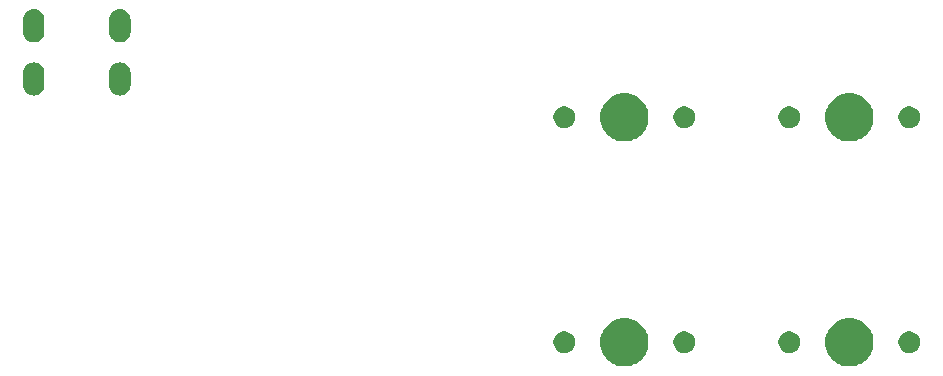
<source format=gbr>
G04 #@! TF.GenerationSoftware,KiCad,Pcbnew,5.1.5*
G04 #@! TF.CreationDate,2020-05-13T22:07:09+08:00*
G04 #@! TF.ProjectId,Balisong,42616c69-736f-46e6-972e-6b696361645f,rev?*
G04 #@! TF.SameCoordinates,Original*
G04 #@! TF.FileFunction,Soldermask,Top*
G04 #@! TF.FilePolarity,Negative*
%FSLAX46Y46*%
G04 Gerber Fmt 4.6, Leading zero omitted, Abs format (unit mm)*
G04 Created by KiCad (PCBNEW 5.1.5) date 2020-05-13 22:07:09*
%MOMM*%
%LPD*%
G04 APERTURE LIST*
%ADD10C,0.100000*%
G04 APERTURE END LIST*
D10*
G36*
X83146474Y-80583684D02*
G01*
X83364474Y-80673983D01*
X83518623Y-80737833D01*
X83853548Y-80961623D01*
X84138377Y-81246452D01*
X84362167Y-81581377D01*
X84394562Y-81659586D01*
X84516316Y-81953526D01*
X84594900Y-82348594D01*
X84594900Y-82751406D01*
X84516316Y-83146474D01*
X84465451Y-83269272D01*
X84362167Y-83518623D01*
X84138377Y-83853548D01*
X83853548Y-84138377D01*
X83518623Y-84362167D01*
X83364474Y-84426017D01*
X83146474Y-84516316D01*
X82751406Y-84594900D01*
X82348594Y-84594900D01*
X81953526Y-84516316D01*
X81735526Y-84426017D01*
X81581377Y-84362167D01*
X81246452Y-84138377D01*
X80961623Y-83853548D01*
X80737833Y-83518623D01*
X80634549Y-83269272D01*
X80583684Y-83146474D01*
X80505100Y-82751406D01*
X80505100Y-82348594D01*
X80583684Y-81953526D01*
X80705438Y-81659586D01*
X80737833Y-81581377D01*
X80961623Y-81246452D01*
X81246452Y-80961623D01*
X81581377Y-80737833D01*
X81735526Y-80673983D01*
X81953526Y-80583684D01*
X82348594Y-80505100D01*
X82751406Y-80505100D01*
X83146474Y-80583684D01*
G37*
G36*
X102196474Y-80583684D02*
G01*
X102414474Y-80673983D01*
X102568623Y-80737833D01*
X102903548Y-80961623D01*
X103188377Y-81246452D01*
X103412167Y-81581377D01*
X103444562Y-81659586D01*
X103566316Y-81953526D01*
X103644900Y-82348594D01*
X103644900Y-82751406D01*
X103566316Y-83146474D01*
X103515451Y-83269272D01*
X103412167Y-83518623D01*
X103188377Y-83853548D01*
X102903548Y-84138377D01*
X102568623Y-84362167D01*
X102414474Y-84426017D01*
X102196474Y-84516316D01*
X101801406Y-84594900D01*
X101398594Y-84594900D01*
X101003526Y-84516316D01*
X100785526Y-84426017D01*
X100631377Y-84362167D01*
X100296452Y-84138377D01*
X100011623Y-83853548D01*
X99787833Y-83518623D01*
X99684549Y-83269272D01*
X99633684Y-83146474D01*
X99555100Y-82751406D01*
X99555100Y-82348594D01*
X99633684Y-81953526D01*
X99755438Y-81659586D01*
X99787833Y-81581377D01*
X100011623Y-81246452D01*
X100296452Y-80961623D01*
X100631377Y-80737833D01*
X100785526Y-80673983D01*
X101003526Y-80583684D01*
X101398594Y-80505100D01*
X101801406Y-80505100D01*
X102196474Y-80583684D01*
G37*
G36*
X106950104Y-81659585D02*
G01*
X107118626Y-81729389D01*
X107270291Y-81830728D01*
X107399272Y-81959709D01*
X107500611Y-82111374D01*
X107570415Y-82279896D01*
X107606000Y-82458797D01*
X107606000Y-82641203D01*
X107570415Y-82820104D01*
X107500611Y-82988626D01*
X107399272Y-83140291D01*
X107270291Y-83269272D01*
X107118626Y-83370611D01*
X106950104Y-83440415D01*
X106771203Y-83476000D01*
X106588797Y-83476000D01*
X106409896Y-83440415D01*
X106241374Y-83370611D01*
X106089709Y-83269272D01*
X105960728Y-83140291D01*
X105859389Y-82988626D01*
X105789585Y-82820104D01*
X105754000Y-82641203D01*
X105754000Y-82458797D01*
X105789585Y-82279896D01*
X105859389Y-82111374D01*
X105960728Y-81959709D01*
X106089709Y-81830728D01*
X106241374Y-81729389D01*
X106409896Y-81659585D01*
X106588797Y-81624000D01*
X106771203Y-81624000D01*
X106950104Y-81659585D01*
G37*
G36*
X96790104Y-81659585D02*
G01*
X96958626Y-81729389D01*
X97110291Y-81830728D01*
X97239272Y-81959709D01*
X97340611Y-82111374D01*
X97410415Y-82279896D01*
X97446000Y-82458797D01*
X97446000Y-82641203D01*
X97410415Y-82820104D01*
X97340611Y-82988626D01*
X97239272Y-83140291D01*
X97110291Y-83269272D01*
X96958626Y-83370611D01*
X96790104Y-83440415D01*
X96611203Y-83476000D01*
X96428797Y-83476000D01*
X96249896Y-83440415D01*
X96081374Y-83370611D01*
X95929709Y-83269272D01*
X95800728Y-83140291D01*
X95699389Y-82988626D01*
X95629585Y-82820104D01*
X95594000Y-82641203D01*
X95594000Y-82458797D01*
X95629585Y-82279896D01*
X95699389Y-82111374D01*
X95800728Y-81959709D01*
X95929709Y-81830728D01*
X96081374Y-81729389D01*
X96249896Y-81659585D01*
X96428797Y-81624000D01*
X96611203Y-81624000D01*
X96790104Y-81659585D01*
G37*
G36*
X87900104Y-81659585D02*
G01*
X88068626Y-81729389D01*
X88220291Y-81830728D01*
X88349272Y-81959709D01*
X88450611Y-82111374D01*
X88520415Y-82279896D01*
X88556000Y-82458797D01*
X88556000Y-82641203D01*
X88520415Y-82820104D01*
X88450611Y-82988626D01*
X88349272Y-83140291D01*
X88220291Y-83269272D01*
X88068626Y-83370611D01*
X87900104Y-83440415D01*
X87721203Y-83476000D01*
X87538797Y-83476000D01*
X87359896Y-83440415D01*
X87191374Y-83370611D01*
X87039709Y-83269272D01*
X86910728Y-83140291D01*
X86809389Y-82988626D01*
X86739585Y-82820104D01*
X86704000Y-82641203D01*
X86704000Y-82458797D01*
X86739585Y-82279896D01*
X86809389Y-82111374D01*
X86910728Y-81959709D01*
X87039709Y-81830728D01*
X87191374Y-81729389D01*
X87359896Y-81659585D01*
X87538797Y-81624000D01*
X87721203Y-81624000D01*
X87900104Y-81659585D01*
G37*
G36*
X77740104Y-81659585D02*
G01*
X77908626Y-81729389D01*
X78060291Y-81830728D01*
X78189272Y-81959709D01*
X78290611Y-82111374D01*
X78360415Y-82279896D01*
X78396000Y-82458797D01*
X78396000Y-82641203D01*
X78360415Y-82820104D01*
X78290611Y-82988626D01*
X78189272Y-83140291D01*
X78060291Y-83269272D01*
X77908626Y-83370611D01*
X77740104Y-83440415D01*
X77561203Y-83476000D01*
X77378797Y-83476000D01*
X77199896Y-83440415D01*
X77031374Y-83370611D01*
X76879709Y-83269272D01*
X76750728Y-83140291D01*
X76649389Y-82988626D01*
X76579585Y-82820104D01*
X76544000Y-82641203D01*
X76544000Y-82458797D01*
X76579585Y-82279896D01*
X76649389Y-82111374D01*
X76750728Y-81959709D01*
X76879709Y-81830728D01*
X77031374Y-81729389D01*
X77199896Y-81659585D01*
X77378797Y-81624000D01*
X77561203Y-81624000D01*
X77740104Y-81659585D01*
G37*
G36*
X83146474Y-61533684D02*
G01*
X83364474Y-61623983D01*
X83518623Y-61687833D01*
X83853548Y-61911623D01*
X84138377Y-62196452D01*
X84362167Y-62531377D01*
X84394562Y-62609586D01*
X84516316Y-62903526D01*
X84594900Y-63298594D01*
X84594900Y-63701406D01*
X84516316Y-64096474D01*
X84465451Y-64219272D01*
X84362167Y-64468623D01*
X84138377Y-64803548D01*
X83853548Y-65088377D01*
X83518623Y-65312167D01*
X83364474Y-65376017D01*
X83146474Y-65466316D01*
X82751406Y-65544900D01*
X82348594Y-65544900D01*
X81953526Y-65466316D01*
X81735526Y-65376017D01*
X81581377Y-65312167D01*
X81246452Y-65088377D01*
X80961623Y-64803548D01*
X80737833Y-64468623D01*
X80634549Y-64219272D01*
X80583684Y-64096474D01*
X80505100Y-63701406D01*
X80505100Y-63298594D01*
X80583684Y-62903526D01*
X80705438Y-62609586D01*
X80737833Y-62531377D01*
X80961623Y-62196452D01*
X81246452Y-61911623D01*
X81581377Y-61687833D01*
X81735526Y-61623983D01*
X81953526Y-61533684D01*
X82348594Y-61455100D01*
X82751406Y-61455100D01*
X83146474Y-61533684D01*
G37*
G36*
X102196474Y-61533684D02*
G01*
X102414474Y-61623983D01*
X102568623Y-61687833D01*
X102903548Y-61911623D01*
X103188377Y-62196452D01*
X103412167Y-62531377D01*
X103444562Y-62609586D01*
X103566316Y-62903526D01*
X103644900Y-63298594D01*
X103644900Y-63701406D01*
X103566316Y-64096474D01*
X103515451Y-64219272D01*
X103412167Y-64468623D01*
X103188377Y-64803548D01*
X102903548Y-65088377D01*
X102568623Y-65312167D01*
X102414474Y-65376017D01*
X102196474Y-65466316D01*
X101801406Y-65544900D01*
X101398594Y-65544900D01*
X101003526Y-65466316D01*
X100785526Y-65376017D01*
X100631377Y-65312167D01*
X100296452Y-65088377D01*
X100011623Y-64803548D01*
X99787833Y-64468623D01*
X99684549Y-64219272D01*
X99633684Y-64096474D01*
X99555100Y-63701406D01*
X99555100Y-63298594D01*
X99633684Y-62903526D01*
X99755438Y-62609586D01*
X99787833Y-62531377D01*
X100011623Y-62196452D01*
X100296452Y-61911623D01*
X100631377Y-61687833D01*
X100785526Y-61623983D01*
X101003526Y-61533684D01*
X101398594Y-61455100D01*
X101801406Y-61455100D01*
X102196474Y-61533684D01*
G37*
G36*
X106950104Y-62609585D02*
G01*
X107118626Y-62679389D01*
X107270291Y-62780728D01*
X107399272Y-62909709D01*
X107500611Y-63061374D01*
X107570415Y-63229896D01*
X107606000Y-63408797D01*
X107606000Y-63591203D01*
X107570415Y-63770104D01*
X107500611Y-63938626D01*
X107399272Y-64090291D01*
X107270291Y-64219272D01*
X107118626Y-64320611D01*
X106950104Y-64390415D01*
X106771203Y-64426000D01*
X106588797Y-64426000D01*
X106409896Y-64390415D01*
X106241374Y-64320611D01*
X106089709Y-64219272D01*
X105960728Y-64090291D01*
X105859389Y-63938626D01*
X105789585Y-63770104D01*
X105754000Y-63591203D01*
X105754000Y-63408797D01*
X105789585Y-63229896D01*
X105859389Y-63061374D01*
X105960728Y-62909709D01*
X106089709Y-62780728D01*
X106241374Y-62679389D01*
X106409896Y-62609585D01*
X106588797Y-62574000D01*
X106771203Y-62574000D01*
X106950104Y-62609585D01*
G37*
G36*
X77740104Y-62609585D02*
G01*
X77908626Y-62679389D01*
X78060291Y-62780728D01*
X78189272Y-62909709D01*
X78290611Y-63061374D01*
X78360415Y-63229896D01*
X78396000Y-63408797D01*
X78396000Y-63591203D01*
X78360415Y-63770104D01*
X78290611Y-63938626D01*
X78189272Y-64090291D01*
X78060291Y-64219272D01*
X77908626Y-64320611D01*
X77740104Y-64390415D01*
X77561203Y-64426000D01*
X77378797Y-64426000D01*
X77199896Y-64390415D01*
X77031374Y-64320611D01*
X76879709Y-64219272D01*
X76750728Y-64090291D01*
X76649389Y-63938626D01*
X76579585Y-63770104D01*
X76544000Y-63591203D01*
X76544000Y-63408797D01*
X76579585Y-63229896D01*
X76649389Y-63061374D01*
X76750728Y-62909709D01*
X76879709Y-62780728D01*
X77031374Y-62679389D01*
X77199896Y-62609585D01*
X77378797Y-62574000D01*
X77561203Y-62574000D01*
X77740104Y-62609585D01*
G37*
G36*
X87900104Y-62609585D02*
G01*
X88068626Y-62679389D01*
X88220291Y-62780728D01*
X88349272Y-62909709D01*
X88450611Y-63061374D01*
X88520415Y-63229896D01*
X88556000Y-63408797D01*
X88556000Y-63591203D01*
X88520415Y-63770104D01*
X88450611Y-63938626D01*
X88349272Y-64090291D01*
X88220291Y-64219272D01*
X88068626Y-64320611D01*
X87900104Y-64390415D01*
X87721203Y-64426000D01*
X87538797Y-64426000D01*
X87359896Y-64390415D01*
X87191374Y-64320611D01*
X87039709Y-64219272D01*
X86910728Y-64090291D01*
X86809389Y-63938626D01*
X86739585Y-63770104D01*
X86704000Y-63591203D01*
X86704000Y-63408797D01*
X86739585Y-63229896D01*
X86809389Y-63061374D01*
X86910728Y-62909709D01*
X87039709Y-62780728D01*
X87191374Y-62679389D01*
X87359896Y-62609585D01*
X87538797Y-62574000D01*
X87721203Y-62574000D01*
X87900104Y-62609585D01*
G37*
G36*
X96790104Y-62609585D02*
G01*
X96958626Y-62679389D01*
X97110291Y-62780728D01*
X97239272Y-62909709D01*
X97340611Y-63061374D01*
X97410415Y-63229896D01*
X97446000Y-63408797D01*
X97446000Y-63591203D01*
X97410415Y-63770104D01*
X97340611Y-63938626D01*
X97239272Y-64090291D01*
X97110291Y-64219272D01*
X96958626Y-64320611D01*
X96790104Y-64390415D01*
X96611203Y-64426000D01*
X96428797Y-64426000D01*
X96249896Y-64390415D01*
X96081374Y-64320611D01*
X95929709Y-64219272D01*
X95800728Y-64090291D01*
X95699389Y-63938626D01*
X95629585Y-63770104D01*
X95594000Y-63591203D01*
X95594000Y-63408797D01*
X95629585Y-63229896D01*
X95699389Y-63061374D01*
X95800728Y-62909709D01*
X95929709Y-62780728D01*
X96081374Y-62679389D01*
X96249896Y-62609585D01*
X96428797Y-62574000D01*
X96611203Y-62574000D01*
X96790104Y-62609585D01*
G37*
G36*
X32721627Y-58865037D02*
G01*
X32891466Y-58916557D01*
X33047991Y-59000222D01*
X33083729Y-59029552D01*
X33185186Y-59112814D01*
X33268448Y-59214271D01*
X33297778Y-59250009D01*
X33381443Y-59406534D01*
X33432963Y-59576373D01*
X33446000Y-59708742D01*
X33446000Y-60797258D01*
X33432963Y-60929627D01*
X33381443Y-61099466D01*
X33297778Y-61255991D01*
X33268448Y-61291729D01*
X33185186Y-61393186D01*
X33047989Y-61505779D01*
X32891467Y-61589442D01*
X32891465Y-61589443D01*
X32721626Y-61640963D01*
X32545000Y-61658359D01*
X32368373Y-61640963D01*
X32198534Y-61589443D01*
X32042009Y-61505778D01*
X31980258Y-61455100D01*
X31904814Y-61393186D01*
X31792221Y-61255989D01*
X31708558Y-61099467D01*
X31708557Y-61099465D01*
X31657037Y-60929626D01*
X31644000Y-60797257D01*
X31644001Y-59708742D01*
X31657038Y-59576373D01*
X31708558Y-59406534D01*
X31792223Y-59250009D01*
X31821553Y-59214271D01*
X31904815Y-59112814D01*
X32006272Y-59029552D01*
X32042010Y-59000222D01*
X32198535Y-58916557D01*
X32368374Y-58865037D01*
X32545000Y-58847641D01*
X32721627Y-58865037D01*
G37*
G36*
X40021627Y-58865037D02*
G01*
X40191466Y-58916557D01*
X40347991Y-59000222D01*
X40383729Y-59029552D01*
X40485186Y-59112814D01*
X40568448Y-59214271D01*
X40597778Y-59250009D01*
X40681443Y-59406534D01*
X40732963Y-59576373D01*
X40746000Y-59708742D01*
X40746000Y-60797258D01*
X40732963Y-60929627D01*
X40681443Y-61099466D01*
X40597778Y-61255991D01*
X40568448Y-61291729D01*
X40485186Y-61393186D01*
X40347989Y-61505779D01*
X40191467Y-61589442D01*
X40191465Y-61589443D01*
X40021626Y-61640963D01*
X39845000Y-61658359D01*
X39668373Y-61640963D01*
X39498534Y-61589443D01*
X39342009Y-61505778D01*
X39280258Y-61455100D01*
X39204814Y-61393186D01*
X39092221Y-61255989D01*
X39008558Y-61099467D01*
X39008557Y-61099465D01*
X38957037Y-60929626D01*
X38944000Y-60797257D01*
X38944001Y-59708742D01*
X38957038Y-59576373D01*
X39008558Y-59406534D01*
X39092223Y-59250009D01*
X39121553Y-59214271D01*
X39204815Y-59112814D01*
X39306272Y-59029552D01*
X39342010Y-59000222D01*
X39498535Y-58916557D01*
X39668374Y-58865037D01*
X39845000Y-58847641D01*
X40021627Y-58865037D01*
G37*
G36*
X32721627Y-54365037D02*
G01*
X32891466Y-54416557D01*
X33047991Y-54500222D01*
X33083729Y-54529552D01*
X33185186Y-54612814D01*
X33268448Y-54714271D01*
X33297778Y-54750009D01*
X33381443Y-54906534D01*
X33432963Y-55076373D01*
X33446000Y-55208742D01*
X33446000Y-56297258D01*
X33432963Y-56429627D01*
X33381443Y-56599466D01*
X33297778Y-56755991D01*
X33268448Y-56791729D01*
X33185186Y-56893186D01*
X33047989Y-57005779D01*
X32891467Y-57089442D01*
X32891465Y-57089443D01*
X32721626Y-57140963D01*
X32545000Y-57158359D01*
X32368373Y-57140963D01*
X32198534Y-57089443D01*
X32042009Y-57005778D01*
X32006271Y-56976448D01*
X31904814Y-56893186D01*
X31792221Y-56755989D01*
X31708558Y-56599467D01*
X31708557Y-56599465D01*
X31657037Y-56429626D01*
X31644000Y-56297257D01*
X31644001Y-55208742D01*
X31657038Y-55076373D01*
X31708558Y-54906534D01*
X31792223Y-54750009D01*
X31821553Y-54714271D01*
X31904815Y-54612814D01*
X32006272Y-54529552D01*
X32042010Y-54500222D01*
X32198535Y-54416557D01*
X32368374Y-54365037D01*
X32545000Y-54347641D01*
X32721627Y-54365037D01*
G37*
G36*
X40021627Y-54365037D02*
G01*
X40191466Y-54416557D01*
X40347991Y-54500222D01*
X40383729Y-54529552D01*
X40485186Y-54612814D01*
X40568448Y-54714271D01*
X40597778Y-54750009D01*
X40681443Y-54906534D01*
X40732963Y-55076373D01*
X40746000Y-55208742D01*
X40746000Y-56297258D01*
X40732963Y-56429627D01*
X40681443Y-56599466D01*
X40597778Y-56755991D01*
X40568448Y-56791729D01*
X40485186Y-56893186D01*
X40347989Y-57005779D01*
X40191467Y-57089442D01*
X40191465Y-57089443D01*
X40021626Y-57140963D01*
X39845000Y-57158359D01*
X39668373Y-57140963D01*
X39498534Y-57089443D01*
X39342009Y-57005778D01*
X39306271Y-56976448D01*
X39204814Y-56893186D01*
X39092221Y-56755989D01*
X39008558Y-56599467D01*
X39008557Y-56599465D01*
X38957037Y-56429626D01*
X38944000Y-56297257D01*
X38944001Y-55208742D01*
X38957038Y-55076373D01*
X39008558Y-54906534D01*
X39092223Y-54750009D01*
X39121553Y-54714271D01*
X39204815Y-54612814D01*
X39306272Y-54529552D01*
X39342010Y-54500222D01*
X39498535Y-54416557D01*
X39668374Y-54365037D01*
X39845000Y-54347641D01*
X40021627Y-54365037D01*
G37*
M02*

</source>
